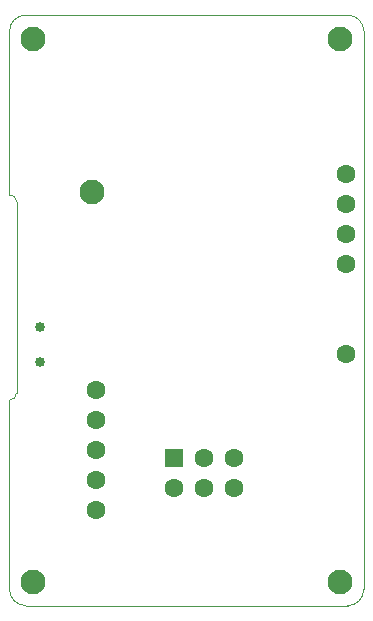
<source format=gbs>
G04 Layer_Color=16711935*
%FSLAX42Y42*%
%MOMM*%
G71*
G01*
G75*
%ADD42C,0.10*%
%ADD77R,1.60X1.60*%
%ADD78C,1.60*%
%ADD79C,0.85*%
%ADD80C,2.10*%
D42*
X137Y5000D02*
G03*
X0Y4863I0J-137D01*
G01*
X3000D02*
G03*
X2863Y5000I-137J0D01*
G01*
X2863Y0D02*
G03*
X3000Y137I0J137D01*
G01*
X0Y137D02*
G03*
X137Y0I137J0D01*
G01*
X0Y1740D02*
G03*
X60Y1800I0J60D01*
G01*
Y3420D02*
G03*
X0Y3480I-60J0D01*
G01*
X137Y5000D02*
X2863D01*
X3000Y137D02*
Y4863D01*
X137Y0D02*
X2863D01*
X60Y1800D02*
Y3420D01*
X0Y3480D02*
Y4863D01*
Y137D02*
Y1740D01*
D77*
X1396Y1247D02*
D03*
D78*
X1904Y993D02*
D03*
Y1247D02*
D03*
X1650Y993D02*
D03*
X1650Y1247D02*
D03*
X1396Y993D02*
D03*
X730Y1316D02*
D03*
Y1570D02*
D03*
Y1824D02*
D03*
Y808D02*
D03*
Y1062D02*
D03*
X2850Y2892D02*
D03*
Y3146D02*
D03*
Y3654D02*
D03*
Y3400D02*
D03*
Y2130D02*
D03*
D79*
X260Y2360D02*
D03*
Y2060D02*
D03*
D80*
X700Y3500D02*
D03*
X2800Y4800D02*
D03*
X2800Y200D02*
D03*
X200Y4800D02*
D03*
Y200D02*
D03*
M02*

</source>
